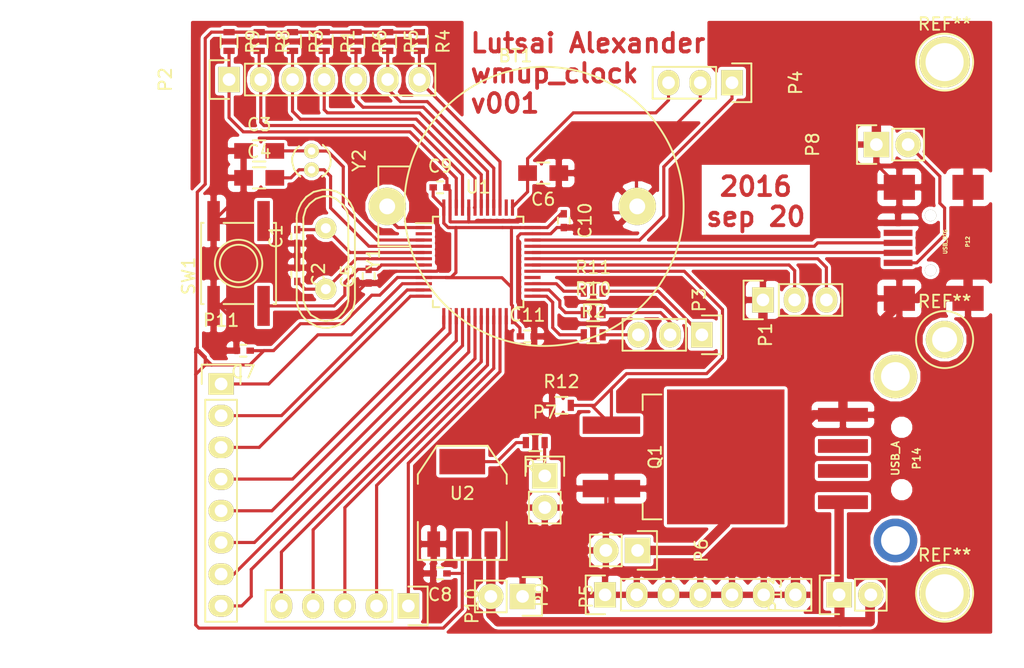
<source format=kicad_pcb>
(kicad_pcb (version 4) (host pcbnew 4.0.2+dfsg1-2~bpo8+1-stable)
  (layers (0 F.Cu signal) (31 B.Cu signal) (34 B.Paste user) (35 F.Paste user) (36 B.SilkS user) (37 F.SilkS user) (38 B.Mask user) (39 F.Mask user) (44 Edge.Cuts user))
  (net 0 "")
  (net 1 GND)
  (net 2 "Net-(BT1-Pad1)")
  (net 3 "Net-(C1-Pad2)")
  (net 4 "Net-(C2-Pad2)")
  (net 5 "Net-(C3-Pad2)")
  (net 6 "Net-(C4-Pad2)")
  (net 7 "Net-(C5-Pad2)")
  (net 8 "Net-(C6-Pad2)")
  (net 9 +3V3)
  (net 10 "Net-(P1-Pad1)")
  (net 11 "Net-(P1-Pad2)")
  (net 12 "Net-(P1-Pad3)")
  (net 13 "Net-(P2-Pad1)")
  (net 14 "Net-(P2-Pad2)")
  (net 15 "Net-(P2-Pad3)")
  (net 16 "Net-(P2-Pad4)")
  (net 17 "Net-(P2-Pad5)")
  (net 18 "Net-(P2-Pad6)")
  (net 19 "Net-(P2-Pad7)")
  (net 20 "Net-(P3-Pad2)")
  (net 21 "Net-(P4-Pad1)")
  (net 22 "Net-(P6-Pad1)")
  (net 23 "Net-(P7-Pad1)")
  (net 24 "Net-(Q1-Pad1)")
  (net 25 "Net-(U1-Pad2)")
  (net 26 "Net-(U1-Pad28)")
  (net 27 "Net-(U1-Pad38)")
  (net 28 "Net-(P3-Pad3)")
  (net 29 "Net-(P12-Pad1)")
  (net 30 "Net-(P10-Pad1)")
  (net 31 "Net-(P10-Pad2)")
  (net 32 "Net-(P10-Pad3)")
  (net 33 "Net-(P10-Pad4)")
  (net 34 "Net-(P11-Pad1)")
  (net 35 "Net-(P11-Pad2)")
  (net 36 "Net-(P11-Pad3)")
  (net 37 "Net-(P11-Pad4)")
  (net 38 "Net-(P11-Pad5)")
  (net 39 "Net-(P11-Pad6)")
  (net 40 "Net-(P11-Pad7)")
  (net 41 "Net-(P11-Pad8)")
  (net 42 "Net-(P12-Pad4)")
  (net 43 "Net-(P12-Pad3)")
  (net 44 "Net-(P12-Pad2)")
  (net 45 "Net-(R2-Pad1)")
  (net 46 "Net-(R10-Pad1)")
  (net 47 "Net-(R11-Pad1)")
  (net 48 "Net-(P10-Pad5)")
  (net 49 +5V)
  (net 50 "Net-(P14-Pad2)")
  (net 51 "Net-(P14-Pad3)")
  (module TO_SOT_Packages_SMD:TO-263-3Lead (layer F.Cu) (at 161.29 125.603)
    (fp_text reference Q1 (at 3.5 0 90) (layer F.SilkS))
    (fp_text value Q_NMOS_GDS)
    (pad 2 smd rect (at 9.15 0) (size 9.4 10.8) (layers F.Cu F.Paste F.Mask) (net 22 "Net-(P6-Pad1)"))
    (pad 3 smd rect (at 0 2.54) (size 4.6 1.39) (layers F.Cu F.Paste F.Mask) (net 1 GND))
    (pad 1 smd rect (at 0 -2.54) (size 4.6 1.39) (layers F.Cu F.Paste F.Mask) (net 24 "Net-(Q1-Pad1)"))
  )
  (module TO_SOT_Packages_SMD:SOT-223 (layer F.Cu) (at 149.352 129.286)
    (fp_text reference U2 (at 0 -0.762) (layer F.SilkS))
    (fp_text value AP1117D33)
    (pad 2 smd rect (at 0 -3.302) (size 3.6576 2.032) (layers F.Cu F.Paste F.Mask) (net 9 +3V3))
    (pad 2 smd rect (at 0 3.302) (size 1.016 2.032) (layers F.Cu F.Paste F.Mask) (net 9 +3V3))
    (pad 3 smd rect (at 2.286 3.302) (size 1.016 2.032) (layers F.Cu F.Paste F.Mask) (net 49 +5V))
    (pad 1 smd rect (at -2.286 3.302) (size 1.016 2.032) (layers F.Cu F.Paste F.Mask) (net 1 GND))
  )
  (module Capacitors_SMD:C_0402 (layer F.Cu) (at 136.144 107.95 90)
    (fp_text reference C1 (at 0 -1.7 90) (layer F.SilkS))
    (fp_text value 22pF)
    (pad 1 smd rect (at -0.55 0 90) (size 0.6 0.5) (layers F.Cu F.Paste F.Mask) (net 1 GND))
    (pad 2 smd rect (at 0.55 0 90) (size 0.6 0.5) (layers F.Cu F.Paste F.Mask) (net 3 "Net-(C1-Pad2)"))
  )
  (module Capacitors_SMD:C_0402 (layer F.Cu) (at 136.144 110.998 270)
    (fp_text reference C2 (at 0 -1.7 270) (layer F.SilkS))
    (fp_text value 22pF)
    (pad 1 smd rect (at -0.55 0 270) (size 0.6 0.5) (layers F.Cu F.Paste F.Mask) (net 1 GND))
    (pad 2 smd rect (at 0.55 0 270) (size 0.6 0.5) (layers F.Cu F.Paste F.Mask) (net 4 "Net-(C2-Pad2)"))
  )
  (module Capacitors_SMD:C_0805_HandSoldering (layer F.Cu) (at 133.096 101.092)
    (fp_text reference C3 (at 0 -2.1) (layer F.SilkS))
    (fp_text value 6.5pF)
    (pad 1 smd rect (at -1.25 0) (size 1.5 1.25) (layers F.Cu F.Paste F.Mask) (net 1 GND))
    (pad 2 smd rect (at 1.25 0) (size 1.5 1.25) (layers F.Cu F.Paste F.Mask) (net 5 "Net-(C3-Pad2)"))
  )
  (module Capacitors_SMD:C_0805_HandSoldering (layer F.Cu) (at 133.096 103.251)
    (fp_text reference C4 (at 0 -2.1) (layer F.SilkS))
    (fp_text value 6.5pF)
    (pad 1 smd rect (at -1.25 0) (size 1.5 1.25) (layers F.Cu F.Paste F.Mask) (net 1 GND))
    (pad 2 smd rect (at 1.25 0) (size 1.5 1.25) (layers F.Cu F.Paste F.Mask) (net 6 "Net-(C4-Pad2)"))
  )
  (module Capacitors_SMD:C_0805_HandSoldering (layer F.Cu) (at 155.829 102.87 180)
    (fp_text reference C6 (at 0 -2.1 180) (layer F.SilkS))
    (fp_text value 100pF)
    (pad 1 smd rect (at -1.25 0 180) (size 1.5 1.25) (layers F.Cu F.Paste F.Mask) (net 1 GND))
    (pad 2 smd rect (at 1.25 0 180) (size 1.5 1.25) (layers F.Cu F.Paste F.Mask) (net 8 "Net-(C6-Pad2)"))
  )
  (module Capacitors_SMD:C_0402 (layer F.Cu) (at 131.826 117.094 180)
    (fp_text reference C7 (at 0 -1.7 180) (layer F.SilkS))
    (fp_text value 100nF)
    (pad 1 smd rect (at -0.55 0 180) (size 0.6 0.5) (layers F.Cu F.Paste F.Mask) (net 9 +3V3))
    (pad 2 smd rect (at 0.55 0 180) (size 0.6 0.5) (layers F.Cu F.Paste F.Mask) (net 1 GND))
  )
  (module Buttons_Switches_SMD:SW_SPST_EVQQ2 (layer F.Cu) (at 131.445 110.109 90)
    (fp_text reference SW1 (at -1 -4 90) (layer F.SilkS))
    (fp_text value SW_PUSH)
    (pad 1 smd rect (at 3.4 -2 90) (size 3.2 1) (layers F.Cu F.Paste F.Mask) (net 1 GND))
    (pad 1 smd rect (at -3.4 -2 90) (size 3.2 1) (layers F.Cu F.Paste F.Mask) (net 1 GND))
    (pad 2 smd rect (at -3.4 2 90) (size 3.2 1) (layers F.Cu F.Paste F.Mask) (net 7 "Net-(C5-Pad2)"))
    (pad 2 smd rect (at 3.4 2 90) (size 3.2 1) (layers F.Cu F.Paste F.Mask) (net 7 "Net-(C5-Pad2)"))
  )
  (module Housings_QFP:LQFP-48_7x7mm_Pitch0.5mm (layer F.Cu) (at 150.622 109.982)
    (fp_text reference U1 (at 0 -6) (layer F.SilkS))
    (fp_text value STM32F103CB)
    (pad 1 smd rect (at -4.35 -2.75) (size 1.3 0.25) (layers F.Cu F.Paste F.Mask) (net 2 "Net-(BT1-Pad1)"))
    (pad 2 smd rect (at -4.35 -2.25) (size 1.3 0.25) (layers F.Cu F.Paste F.Mask) (net 25 "Net-(U1-Pad2)"))
    (pad 3 smd rect (at -4.35 -1.75) (size 1.3 0.25) (layers F.Cu F.Paste F.Mask) (net 5 "Net-(C3-Pad2)"))
    (pad 4 smd rect (at -4.35 -1.25) (size 1.3 0.25) (layers F.Cu F.Paste F.Mask) (net 6 "Net-(C4-Pad2)"))
    (pad 5 smd rect (at -4.35 -0.75) (size 1.3 0.25) (layers F.Cu F.Paste F.Mask) (net 3 "Net-(C1-Pad2)"))
    (pad 6 smd rect (at -4.35 -0.25) (size 1.3 0.25) (layers F.Cu F.Paste F.Mask) (net 4 "Net-(C2-Pad2)"))
    (pad 7 smd rect (at -4.35 0.25) (size 1.3 0.25) (layers F.Cu F.Paste F.Mask) (net 7 "Net-(C5-Pad2)"))
    (pad 8 smd rect (at -4.35 0.75) (size 1.3 0.25) (layers F.Cu F.Paste F.Mask) (net 1 GND))
    (pad 9 smd rect (at -4.35 1.25) (size 1.3 0.25) (layers F.Cu F.Paste F.Mask) (net 9 +3V3))
    (pad 10 smd rect (at -4.35 1.75) (size 1.3 0.25) (layers F.Cu F.Paste F.Mask) (net 34 "Net-(P11-Pad1)"))
    (pad 11 smd rect (at -4.35 2.25) (size 1.3 0.25) (layers F.Cu F.Paste F.Mask) (net 35 "Net-(P11-Pad2)"))
    (pad 12 smd rect (at -4.35 2.75) (size 1.3 0.25) (layers F.Cu F.Paste F.Mask) (net 36 "Net-(P11-Pad3)"))
    (pad 13 smd rect (at -2.75 4.35 90) (size 1.3 0.25) (layers F.Cu F.Paste F.Mask) (net 37 "Net-(P11-Pad4)"))
    (pad 14 smd rect (at -2.25 4.35 90) (size 1.3 0.25) (layers F.Cu F.Paste F.Mask) (net 38 "Net-(P11-Pad5)"))
    (pad 15 smd rect (at -1.75 4.35 90) (size 1.3 0.25) (layers F.Cu F.Paste F.Mask) (net 39 "Net-(P11-Pad6)"))
    (pad 16 smd rect (at -1.25 4.35 90) (size 1.3 0.25) (layers F.Cu F.Paste F.Mask) (net 40 "Net-(P11-Pad7)"))
    (pad 17 smd rect (at -0.75 4.35 90) (size 1.3 0.25) (layers F.Cu F.Paste F.Mask) (net 41 "Net-(P11-Pad8)"))
    (pad 18 smd rect (at -0.25 4.35 90) (size 1.3 0.25) (layers F.Cu F.Paste F.Mask) (net 48 "Net-(P10-Pad5)"))
    (pad 19 smd rect (at 0.25 4.35 90) (size 1.3 0.25) (layers F.Cu F.Paste F.Mask) (net 33 "Net-(P10-Pad4)"))
    (pad 20 smd rect (at 0.75 4.35 90) (size 1.3 0.25) (layers F.Cu F.Paste F.Mask) (net 32 "Net-(P10-Pad3)"))
    (pad 21 smd rect (at 1.25 4.35 90) (size 1.3 0.25) (layers F.Cu F.Paste F.Mask) (net 31 "Net-(P10-Pad2)"))
    (pad 22 smd rect (at 1.75 4.35 90) (size 1.3 0.25) (layers F.Cu F.Paste F.Mask) (net 30 "Net-(P10-Pad1)"))
    (pad 23 smd rect (at 2.25 4.35 90) (size 1.3 0.25) (layers F.Cu F.Paste F.Mask) (net 1 GND))
    (pad 24 smd rect (at 2.75 4.35 90) (size 1.3 0.25) (layers F.Cu F.Paste F.Mask) (net 9 +3V3))
    (pad 25 smd rect (at 4.35 2.75) (size 1.3 0.25) (layers F.Cu F.Paste F.Mask) (net 45 "Net-(R2-Pad1)"))
    (pad 26 smd rect (at 4.35 2.25) (size 1.3 0.25) (layers F.Cu F.Paste F.Mask) (net 46 "Net-(R10-Pad1)"))
    (pad 27 smd rect (at 4.35 1.75) (size 1.3 0.25) (layers F.Cu F.Paste F.Mask) (net 47 "Net-(R11-Pad1)"))
    (pad 28 smd rect (at 4.35 1.25) (size 1.3 0.25) (layers F.Cu F.Paste F.Mask) (net 26 "Net-(U1-Pad28)"))
    (pad 29 smd rect (at 4.35 0.75) (size 1.3 0.25) (layers F.Cu F.Paste F.Mask) (net 24 "Net-(Q1-Pad1)"))
    (pad 30 smd rect (at 4.35 0.25) (size 1.3 0.25) (layers F.Cu F.Paste F.Mask) (net 20 "Net-(P3-Pad2)"))
    (pad 31 smd rect (at 4.35 -0.25) (size 1.3 0.25) (layers F.Cu F.Paste F.Mask) (net 28 "Net-(P3-Pad3)"))
    (pad 32 smd rect (at 4.35 -0.75) (size 1.3 0.25) (layers F.Cu F.Paste F.Mask) (net 44 "Net-(P12-Pad2)"))
    (pad 33 smd rect (at 4.35 -1.25) (size 1.3 0.25) (layers F.Cu F.Paste F.Mask) (net 43 "Net-(P12-Pad3)"))
    (pad 34 smd rect (at 4.35 -1.75) (size 1.3 0.25) (layers F.Cu F.Paste F.Mask) (net 21 "Net-(P4-Pad1)"))
    (pad 35 smd rect (at 4.35 -2.25) (size 1.3 0.25) (layers F.Cu F.Paste F.Mask) (net 1 GND))
    (pad 36 smd rect (at 4.35 -2.75) (size 1.3 0.25) (layers F.Cu F.Paste F.Mask) (net 9 +3V3))
    (pad 37 smd rect (at 2.75 -4.35 90) (size 1.3 0.25) (layers F.Cu F.Paste F.Mask) (net 8 "Net-(C6-Pad2)"))
    (pad 38 smd rect (at 2.25 -4.35 90) (size 1.3 0.25) (layers F.Cu F.Paste F.Mask) (net 27 "Net-(U1-Pad38)"))
    (pad 39 smd rect (at 1.75 -4.35 90) (size 1.3 0.25) (layers F.Cu F.Paste F.Mask) (net 19 "Net-(P2-Pad7)"))
    (pad 40 smd rect (at 1.25 -4.35 90) (size 1.3 0.25) (layers F.Cu F.Paste F.Mask) (net 18 "Net-(P2-Pad6)"))
    (pad 41 smd rect (at 0.75 -4.35 90) (size 1.3 0.25) (layers F.Cu F.Paste F.Mask) (net 17 "Net-(P2-Pad5)"))
    (pad 42 smd rect (at 0.25 -4.35 90) (size 1.3 0.25) (layers F.Cu F.Paste F.Mask) (net 16 "Net-(P2-Pad4)"))
    (pad 43 smd rect (at -0.25 -4.35 90) (size 1.3 0.25) (layers F.Cu F.Paste F.Mask) (net 15 "Net-(P2-Pad3)"))
    (pad 44 smd rect (at -0.75 -4.35 90) (size 1.3 0.25) (layers F.Cu F.Paste F.Mask) (net 1 GND))
    (pad 45 smd rect (at -1.25 -4.35 90) (size 1.3 0.25) (layers F.Cu F.Paste F.Mask) (net 14 "Net-(P2-Pad2)"))
    (pad 46 smd rect (at -1.75 -4.35 90) (size 1.3 0.25) (layers F.Cu F.Paste F.Mask) (net 13 "Net-(P2-Pad1)"))
    (pad 47 smd rect (at -2.25 -4.35 90) (size 1.3 0.25) (layers F.Cu F.Paste F.Mask) (net 1 GND))
    (pad 48 smd rect (at -2.75 -4.35 90) (size 1.3 0.25) (layers F.Cu F.Paste F.Mask) (net 9 +3V3))
  )
  (module Crystals:Crystal_HC49-U_Vertical (layer F.Cu) (at 138.43 109.728 270)
    (fp_text reference Y1 (at 0 -3.81 270) (layer F.SilkS))
    (fp_text value 8Mhz)
    (pad 1 thru_hole circle (at -2.44094 0 270) (size 1.7 1.7) (drill 0.8001) (layers *.Cu *.Mask F.SilkS) (net 3 "Net-(C1-Pad2)"))
    (pad 2 thru_hole circle (at 2.44094 0 270) (size 1.7 1.7) (drill 0.8001) (layers *.Cu *.Mask F.SilkS) (net 4 "Net-(C2-Pad2)"))
  )
  (module Crystals:Crystal_Round_Vertical_3mm (layer F.Cu) (at 137.287 101.854 270)
    (fp_text reference Y2 (at 0 -3.81 270) (layer F.SilkS))
    (fp_text value 32768)
    (pad 1 thru_hole circle (at -0.7493 0 270) (size 1.2 1.2) (drill 0.59944) (layers *.Cu *.Mask F.SilkS) (net 5 "Net-(C3-Pad2)"))
    (pad 2 thru_hole circle (at 0.7493 0 270) (size 1.2 1.2) (drill 0.59944) (layers *.Cu *.Mask F.SilkS) (net 6 "Net-(C4-Pad2)"))
  )
  (module Capacitors_SMD:C_0402 (layer F.Cu) (at 147.574 134.9375 180)
    (fp_text reference C8 (at 0 -1.7 180) (layer F.SilkS))
    (fp_text value 100nF)
    (pad 1 smd rect (at -0.55 0 180) (size 0.6 0.5) (layers F.Cu F.Paste F.Mask) (net 9 +3V3))
    (pad 2 smd rect (at 0.55 0 180) (size 0.6 0.5) (layers F.Cu F.Paste F.Mask) (net 1 GND))
  )
  (module Pin_Headers:Pin_Header_Straight_1x03 (layer F.Cu) (at 168.529 115.824 270)
    (fp_text reference P1 (at 0 -5.1 270) (layer F.SilkS))
    (fp_text value CONN_01X03)
    (pad 1 thru_hole rect (at 0 0 270) (size 2.032 1.7272) (drill 1.016) (layers *.Cu *.Mask F.SilkS) (net 10 "Net-(P1-Pad1)"))
    (pad 2 thru_hole oval (at 0 2.54 270) (size 2.032 1.7272) (drill 1.016) (layers *.Cu *.Mask F.SilkS) (net 11 "Net-(P1-Pad2)"))
    (pad 3 thru_hole oval (at 0 5.08 270) (size 2.032 1.7272) (drill 1.016) (layers *.Cu *.Mask F.SilkS) (net 12 "Net-(P1-Pad3)"))
  )
  (module Pin_Headers:Pin_Header_Straight_1x07 (layer F.Cu) (at 130.683 95.377 90)
    (fp_text reference P2 (at 0 -5.1 90) (layer F.SilkS))
    (fp_text value CONN_01X07)
    (pad 1 thru_hole rect (at 0 0 90) (size 2.032 1.7272) (drill 1.016) (layers *.Cu *.Mask F.SilkS) (net 13 "Net-(P2-Pad1)"))
    (pad 2 thru_hole oval (at 0 2.54 90) (size 2.032 1.7272) (drill 1.016) (layers *.Cu *.Mask F.SilkS) (net 14 "Net-(P2-Pad2)"))
    (pad 3 thru_hole oval (at 0 5.08 90) (size 2.032 1.7272) (drill 1.016) (layers *.Cu *.Mask F.SilkS) (net 15 "Net-(P2-Pad3)"))
    (pad 4 thru_hole oval (at 0 7.62 90) (size 2.032 1.7272) (drill 1.016) (layers *.Cu *.Mask F.SilkS) (net 16 "Net-(P2-Pad4)"))
    (pad 5 thru_hole oval (at 0 10.16 90) (size 2.032 1.7272) (drill 1.016) (layers *.Cu *.Mask F.SilkS) (net 17 "Net-(P2-Pad5)"))
    (pad 6 thru_hole oval (at 0 12.7 90) (size 2.032 1.7272) (drill 1.016) (layers *.Cu *.Mask F.SilkS) (net 18 "Net-(P2-Pad6)"))
    (pad 7 thru_hole oval (at 0 15.24 90) (size 2.032 1.7272) (drill 1.016) (layers *.Cu *.Mask F.SilkS) (net 19 "Net-(P2-Pad7)"))
  )
  (module Pin_Headers:Pin_Header_Straight_1x03 (layer F.Cu) (at 173.4185 113.03 90)
    (fp_text reference P3 (at 0 -5.1 90) (layer F.SilkS))
    (fp_text value uart)
    (pad 1 thru_hole rect (at 0 0 90) (size 2.032 1.7272) (drill 1.016) (layers *.Cu *.Mask F.SilkS) (net 1 GND))
    (pad 2 thru_hole oval (at 0 2.54 90) (size 2.032 1.7272) (drill 1.016) (layers *.Cu *.Mask F.SilkS) (net 20 "Net-(P3-Pad2)"))
    (pad 3 thru_hole oval (at 0 5.08 90) (size 2.032 1.7272) (drill 1.016) (layers *.Cu *.Mask F.SilkS) (net 28 "Net-(P3-Pad3)"))
  )
  (module Pin_Headers:Pin_Header_Straight_1x03 (layer F.Cu) (at 170.942 95.631 270)
    (fp_text reference P4 (at 0 -5.1 270) (layer F.SilkS))
    (fp_text value swd)
    (pad 1 thru_hole rect (at 0 0 270) (size 2.032 1.7272) (drill 1.016) (layers *.Cu *.Mask F.SilkS) (net 21 "Net-(P4-Pad1)"))
    (pad 2 thru_hole oval (at 0 2.54 270) (size 2.032 1.7272) (drill 1.016) (layers *.Cu *.Mask F.SilkS) (net 1 GND))
    (pad 3 thru_hole oval (at 0 5.08 270) (size 2.032 1.7272) (drill 1.016) (layers *.Cu *.Mask F.SilkS) (net 8 "Net-(C6-Pad2)"))
  )
  (module Pin_Headers:Pin_Header_Straight_1x02 (layer F.Cu) (at 154.178 136.779 270)
    (fp_text reference P5 (at 0 -5.1 270) (layer F.SilkS))
    (fp_text value power)
    (pad 1 thru_hole rect (at 0 0 270) (size 2.032 2.032) (drill 1.016) (layers *.Cu *.Mask F.SilkS) (net 1 GND))
    (pad 2 thru_hole oval (at 0 2.54 270) (size 2.032 2.032) (drill 1.016) (layers *.Cu *.Mask F.SilkS) (net 49 +5V))
  )
  (module Pin_Headers:Pin_Header_Straight_1x02 (layer F.Cu) (at 163.3855 133.096 270)
    (fp_text reference P6 (at 0 -5.1 270) (layer F.SilkS))
    (fp_text value speaker)
    (pad 1 thru_hole rect (at 0 0 270) (size 2.032 2.032) (drill 1.016) (layers *.Cu *.Mask F.SilkS) (net 22 "Net-(P6-Pad1)"))
    (pad 2 thru_hole oval (at 0 2.54 270) (size 2.032 2.032) (drill 1.016) (layers *.Cu *.Mask F.SilkS) (net 1 GND))
  )
  (module Pin_Headers:Pin_Header_Straight_1x02 (layer F.Cu) (at 155.956 127.127)
    (fp_text reference P7 (at 0 -5.1) (layer F.SilkS))
    (fp_text value pow_led)
    (pad 1 thru_hole rect (at 0 0) (size 2.032 2.032) (drill 1.016) (layers *.Cu *.Mask F.SilkS) (net 23 "Net-(P7-Pad1)"))
    (pad 2 thru_hole oval (at 0 2.54) (size 2.032 2.032) (drill 1.016) (layers *.Cu *.Mask F.SilkS) (net 1 GND))
  )
  (module Pin_Headers:Pin_Header_Straight_1x02 (layer F.Cu) (at 182.499 100.584 90)
    (fp_text reference P8 (at 0 -5.1 90) (layer F.SilkS))
    (fp_text value usb)
    (pad 1 thru_hole rect (at 0 0 90) (size 2.032 2.032) (drill 1.016) (layers *.Cu *.Mask F.SilkS) (net 1 GND))
    (pad 2 thru_hole oval (at 0 2.54 90) (size 2.032 2.032) (drill 1.016) (layers *.Cu *.Mask F.SilkS) (net 29 "Net-(P12-Pad1)"))
  )
  (module Pin_Headers:Pin_Header_Straight_1x07 (layer F.Cu) (at 160.782 136.652 90)
    (fp_text reference P9 (at 0 -5.1 90) (layer F.SilkS))
    (fp_text value CONN_01X07)
    (pad 1 thru_hole rect (at 0 0 90) (size 2.032 1.7272) (drill 1.016) (layers *.Cu *.Mask F.SilkS) (net 1 GND))
    (pad 2 thru_hole oval (at 0 2.54 90) (size 2.032 1.7272) (drill 1.016) (layers *.Cu *.Mask F.SilkS) (net 1 GND))
    (pad 3 thru_hole oval (at 0 5.08 90) (size 2.032 1.7272) (drill 1.016) (layers *.Cu *.Mask F.SilkS) (net 1 GND))
    (pad 4 thru_hole oval (at 0 7.62 90) (size 2.032 1.7272) (drill 1.016) (layers *.Cu *.Mask F.SilkS) (net 1 GND))
    (pad 5 thru_hole oval (at 0 10.16 90) (size 2.032 1.7272) (drill 1.016) (layers *.Cu *.Mask F.SilkS) (net 1 GND))
    (pad 6 thru_hole oval (at 0 12.7 90) (size 2.032 1.7272) (drill 1.016) (layers *.Cu *.Mask F.SilkS) (net 1 GND))
    (pad 7 thru_hole oval (at 0 15.24 90) (size 2.032 1.7272) (drill 1.016) (layers *.Cu *.Mask F.SilkS) (net 1 GND))
  )
  (module Pin_Headers:Pin_Header_Straight_1x08 (layer F.Cu) (at 130.048 119.761)
    (fp_text reference P11 (at 0 -5.1) (layer F.SilkS))
    (fp_text value CONN_01X08)
    (pad 1 thru_hole rect (at 0 0) (size 2.032 1.7272) (drill 1.016) (layers *.Cu *.Mask F.SilkS) (net 34 "Net-(P11-Pad1)"))
    (pad 2 thru_hole oval (at 0 2.54) (size 2.032 1.7272) (drill 1.016) (layers *.Cu *.Mask F.SilkS) (net 35 "Net-(P11-Pad2)"))
    (pad 3 thru_hole oval (at 0 5.08) (size 2.032 1.7272) (drill 1.016) (layers *.Cu *.Mask F.SilkS) (net 36 "Net-(P11-Pad3)"))
    (pad 4 thru_hole oval (at 0 7.62) (size 2.032 1.7272) (drill 1.016) (layers *.Cu *.Mask F.SilkS) (net 37 "Net-(P11-Pad4)"))
    (pad 5 thru_hole oval (at 0 10.16) (size 2.032 1.7272) (drill 1.016) (layers *.Cu *.Mask F.SilkS) (net 38 "Net-(P11-Pad5)"))
    (pad 6 thru_hole oval (at 0 12.7) (size 2.032 1.7272) (drill 1.016) (layers *.Cu *.Mask F.SilkS) (net 39 "Net-(P11-Pad6)"))
    (pad 7 thru_hole oval (at 0 15.24) (size 2.032 1.7272) (drill 1.016) (layers *.Cu *.Mask F.SilkS) (net 40 "Net-(P11-Pad7)"))
    (pad 8 thru_hole oval (at 0 17.78) (size 2.032 1.7272) (drill 1.016) (layers *.Cu *.Mask F.SilkS) (net 41 "Net-(P11-Pad8)"))
  )
  (module Resistors_SMD:R_0603 (layer F.Cu) (at 138.303 92.329 270)
    (fp_text reference R1 (at 0 -1.9 270) (layer F.SilkS))
    (fp_text value 10k)
    (pad 1 smd rect (at -0.75 0 270) (size 0.5 0.9) (layers F.Cu F.Paste F.Mask) (net 9 +3V3))
    (pad 2 smd rect (at 0.75 0 270) (size 0.5 0.9) (layers F.Cu F.Paste F.Mask) (net 16 "Net-(P2-Pad4)"))
  )
  (module Resistors_SMD:R_0603 (layer F.Cu) (at 159.8295 115.824)
    (fp_text reference R2 (at 0 -1.9) (layer F.SilkS))
    (fp_text value 330)
    (pad 1 smd rect (at -0.75 0) (size 0.5 0.9) (layers F.Cu F.Paste F.Mask) (net 45 "Net-(R2-Pad1)"))
    (pad 2 smd rect (at 0.75 0) (size 0.5 0.9) (layers F.Cu F.Paste F.Mask) (net 12 "Net-(P1-Pad3)"))
  )
  (module Resistors_SMD:R_0603 (layer F.Cu) (at 135.763 92.329 270)
    (fp_text reference R3 (at 0 -1.9 270) (layer F.SilkS))
    (fp_text value 10k)
    (pad 1 smd rect (at -0.75 0 270) (size 0.5 0.9) (layers F.Cu F.Paste F.Mask) (net 9 +3V3))
    (pad 2 smd rect (at 0.75 0 270) (size 0.5 0.9) (layers F.Cu F.Paste F.Mask) (net 15 "Net-(P2-Pad3)"))
  )
  (module Resistors_SMD:R_0603 (layer F.Cu) (at 145.923 92.329 270)
    (fp_text reference R4 (at 0 -1.9 270) (layer F.SilkS))
    (fp_text value 10k)
    (pad 1 smd rect (at -0.75 0 270) (size 0.5 0.9) (layers F.Cu F.Paste F.Mask) (net 9 +3V3))
    (pad 2 smd rect (at 0.75 0 270) (size 0.5 0.9) (layers F.Cu F.Paste F.Mask) (net 19 "Net-(P2-Pad7)"))
  )
  (module Resistors_SMD:R_0603 (layer F.Cu) (at 143.383 92.329 270)
    (fp_text reference R5 (at 0 -1.9 270) (layer F.SilkS))
    (fp_text value 10k)
    (pad 1 smd rect (at -0.75 0 270) (size 0.5 0.9) (layers F.Cu F.Paste F.Mask) (net 9 +3V3))
    (pad 2 smd rect (at 0.75 0 270) (size 0.5 0.9) (layers F.Cu F.Paste F.Mask) (net 18 "Net-(P2-Pad6)"))
  )
  (module Resistors_SMD:R_0603 (layer F.Cu) (at 140.843 92.329 270)
    (fp_text reference R6 (at 0 -1.9 270) (layer F.SilkS))
    (fp_text value 10k)
    (pad 1 smd rect (at -0.75 0 270) (size 0.5 0.9) (layers F.Cu F.Paste F.Mask) (net 9 +3V3))
    (pad 2 smd rect (at 0.75 0 270) (size 0.5 0.9) (layers F.Cu F.Paste F.Mask) (net 17 "Net-(P2-Pad5)"))
  )
  (module Resistors_SMD:R_0603 (layer F.Cu) (at 155.194 124.46 180)
    (fp_text reference R7 (at 0 -1.9 180) (layer F.SilkS))
    (fp_text value 330)
    (pad 1 smd rect (at -0.75 0 180) (size 0.5 0.9) (layers F.Cu F.Paste F.Mask) (net 23 "Net-(P7-Pad1)"))
    (pad 2 smd rect (at 0.75 0 180) (size 0.5 0.9) (layers F.Cu F.Paste F.Mask) (net 9 +3V3))
  )
  (module Resistors_SMD:R_0603 (layer F.Cu) (at 133.096 92.329 270)
    (fp_text reference R8 (at 0 -1.9 270) (layer F.SilkS))
    (fp_text value 10k)
    (pad 1 smd rect (at -0.75 0 270) (size 0.5 0.9) (layers F.Cu F.Paste F.Mask) (net 9 +3V3))
    (pad 2 smd rect (at 0.75 0 270) (size 0.5 0.9) (layers F.Cu F.Paste F.Mask) (net 14 "Net-(P2-Pad2)"))
  )
  (module Resistors_SMD:R_0603 (layer F.Cu) (at 130.683 92.329 270)
    (fp_text reference R9 (at 0 -1.9 270) (layer F.SilkS))
    (fp_text value 10k)
    (pad 1 smd rect (at -0.75 0 270) (size 0.5 0.9) (layers F.Cu F.Paste F.Mask) (net 9 +3V3))
    (pad 2 smd rect (at 0.75 0 270) (size 0.5 0.9) (layers F.Cu F.Paste F.Mask) (net 13 "Net-(P2-Pad1)"))
  )
  (module Resistors_SMD:R_0603 (layer F.Cu) (at 159.8295 114.046)
    (fp_text reference R10 (at 0 -1.9) (layer F.SilkS))
    (fp_text value 330)
    (pad 1 smd rect (at -0.75 0) (size 0.5 0.9) (layers F.Cu F.Paste F.Mask) (net 46 "Net-(R10-Pad1)"))
    (pad 2 smd rect (at 0.75 0) (size 0.5 0.9) (layers F.Cu F.Paste F.Mask) (net 11 "Net-(P1-Pad2)"))
  )
  (module Resistors_SMD:R_0603 (layer F.Cu) (at 159.8295 112.3315)
    (fp_text reference R11 (at 0 -1.9) (layer F.SilkS))
    (fp_text value 330)
    (pad 1 smd rect (at -0.75 0) (size 0.5 0.9) (layers F.Cu F.Paste F.Mask) (net 47 "Net-(R11-Pad1)"))
    (pad 2 smd rect (at 0.75 0) (size 0.5 0.9) (layers F.Cu F.Paste F.Mask) (net 10 "Net-(P1-Pad1)"))
  )
  (module Capacitors_SMD:C_0402 (layer F.Cu) (at 141.859 111.125 90)
    (fp_text reference C5 (at 0 -1.7 90) (layer F.SilkS))
    (fp_text value 100nF)
    (pad 1 smd rect (at -0.55 0 90) (size 0.6 0.5) (layers F.Cu F.Paste F.Mask) (net 1 GND))
    (pad 2 smd rect (at 0.55 0 90) (size 0.6 0.5) (layers F.Cu F.Paste F.Mask) (net 7 "Net-(C5-Pad2)"))
  )
  (module Capacitors_SMD:C_0402 (layer F.Cu) (at 147.574 104.013)
    (fp_text reference C9 (at 0 -1.7) (layer F.SilkS))
    (fp_text value 100nF)
    (pad 1 smd rect (at -0.55 0) (size 0.6 0.5) (layers F.Cu F.Paste F.Mask) (net 9 +3V3))
    (pad 2 smd rect (at 0.55 0) (size 0.6 0.5) (layers F.Cu F.Paste F.Mask) (net 1 GND))
  )
  (module Capacitors_SMD:C_0402 (layer F.Cu) (at 157.48 106.68 270)
    (fp_text reference C10 (at 0 -1.7 270) (layer F.SilkS))
    (fp_text value 100nF)
    (pad 1 smd rect (at -0.55 0 270) (size 0.6 0.5) (layers F.Cu F.Paste F.Mask) (net 9 +3V3))
    (pad 2 smd rect (at 0.55 0 270) (size 0.6 0.5) (layers F.Cu F.Paste F.Mask) (net 1 GND))
  )
  (module Capacitors_SMD:C_0402 (layer F.Cu) (at 154.559 115.951)
    (fp_text reference C11 (at 0 -1.7) (layer F.SilkS))
    (fp_text value 100nF)
    (pad 1 smd rect (at -0.55 0) (size 0.6 0.5) (layers F.Cu F.Paste F.Mask) (net 9 +3V3))
    (pad 2 smd rect (at 0.55 0) (size 0.6 0.5) (layers F.Cu F.Paste F.Mask) (net 1 GND))
  )
  (module Pin_Headers:Pin_Header_Straight_1x05 (layer F.Cu) (at 145.034 137.541 270)
    (fp_text reference P10 (at 0 -5.1 270) (layer F.SilkS))
    (fp_text value CONN_01X05)
    (pad 1 thru_hole rect (at 0 0 270) (size 2.032 1.7272) (drill 1.016) (layers *.Cu *.Mask F.SilkS) (net 30 "Net-(P10-Pad1)"))
    (pad 2 thru_hole oval (at 0 2.54 270) (size 2.032 1.7272) (drill 1.016) (layers *.Cu *.Mask F.SilkS) (net 31 "Net-(P10-Pad2)"))
    (pad 3 thru_hole oval (at 0 5.08 270) (size 2.032 1.7272) (drill 1.016) (layers *.Cu *.Mask F.SilkS) (net 32 "Net-(P10-Pad3)"))
    (pad 4 thru_hole oval (at 0 7.62 270) (size 2.032 1.7272) (drill 1.016) (layers *.Cu *.Mask F.SilkS) (net 33 "Net-(P10-Pad4)"))
    (pad 5 thru_hole oval (at 0 10.16 270) (size 2.032 1.7272) (drill 1.016) (layers *.Cu *.Mask F.SilkS) (net 48 "Net-(P10-Pad5)"))
  )
  (module Battery_Holders:BS-7_CR2032 (layer F.Cu) (at 155.8925 105.537 180)
    (fp_text reference BT1 (at 2.286 12.065 180) (layer F.SilkS))
    (fp_text value Battery)
    (pad 2 thru_hole circle (at -7.4676 0 180) (size 3 3) (drill 1.27) (layers *.Cu *.Mask F.SilkS) (net 1 GND))
    (pad 1 thru_hole circle (at 12.5476 0 180) (size 3 3) (drill 1.27) (layers *.Cu *.Mask F.SilkS) (net 2 "Net-(BT1-Pad1)"))
  )
  (module Resistors_SMD:R_0603 (layer F.Cu) (at 157.2895 121.4755)
    (fp_text reference R12 (at 0 -1.9) (layer F.SilkS))
    (fp_text value 10k)
    (pad 1 smd rect (at -0.75 0) (size 0.5 0.9) (layers F.Cu F.Paste F.Mask) (net 1 GND))
    (pad 2 smd rect (at 0.75 0) (size 0.5 0.9) (layers F.Cu F.Paste F.Mask) (net 24 "Net-(Q1-Pad1)"))
  )
  (module kicad-libraries1:USB-MINI-B-SMD (layer F.Cu) (at 192.0875 108.458 270)
    (fp_text reference P12 (at -0.0891 2.275 270) (layer F.SilkS) (effects (font (size 0.29972 0.29972) (thickness 0.0762))))
    (fp_text value USB_OTG (at -0.0891 4.075 270) (layer F.SilkS) (effects (font (size 0.29972 0.29972) (thickness 0.0762))))
    (pad 6 smd rect (at 4.45008 2.25044 270) (size 1.99898 2.49936) (layers F.Cu F.Paste F.Mask) (net 1 GND) (clearance 0.14986))
    (pad 6 smd rect (at 4.45008 7.74954 270) (size 1.99898 2.49936) (layers F.Cu F.Paste F.Mask) (net 1 GND))
    (pad 6 smd rect (at -4.45008 7.74954 270) (size 1.99898 2.49936) (layers F.Cu F.Paste F.Mask) (net 1 GND))
    (pad 6 smd rect (at -4.45008 2.25044 270) (size 1.99898 2.49936) (layers F.Cu F.Paste F.Mask) (net 1 GND))
    (pad "" thru_hole circle (at 2.19964 5.25018 270) (size 0.90932 0.90932) (drill 0.89916) (layers *.Cu *.Mask F.SilkS) (clearance 0.14986))
    (pad "" thru_hole circle (at -2.19964 5.25018 270) (size 0.90932 0.90932) (drill 0.89916) (layers *.Cu *.Mask F.SilkS) (clearance 0.14986))
    (pad 5 smd rect (at -1.6002 7.85114 270) (size 0.50038 2.30124) (layers F.Cu F.Paste F.Mask) (net 1 GND) (clearance 0.14986))
    (pad 4 smd rect (at -0.8001 7.85114 270) (size 0.50038 2.30124) (layers F.Cu F.Paste F.Mask) (net 42 "Net-(P12-Pad4)") (clearance 0.14986))
    (pad 3 smd rect (at 0 7.85114 270) (size 0.50038 2.30124) (layers F.Cu F.Paste F.Mask) (net 43 "Net-(P12-Pad3)") (clearance 0.14986))
    (pad 2 smd rect (at 0.8001 7.85114 270) (size 0.50038 2.30124) (layers F.Cu F.Paste F.Mask) (net 44 "Net-(P12-Pad2)") (clearance 0.14986))
    (pad 1 smd rect (at 1.6002 7.85114 270) (size 0.50038 2.30124) (layers F.Cu F.Paste F.Mask) (net 29 "Net-(P12-Pad1)") (clearance 0.14986))
  )
  (module Pin_Headers:Pin_Header_Straight_1x02 (layer F.Cu) (at 179.5145 136.652 90)
    (fp_text reference P13 (at 0 -5.1 90) (layer F.SilkS))
    (fp_text value usb_power)
    (pad 1 thru_hole rect (at 0 0 90) (size 2.032 2.032) (drill 1.016) (layers *.Cu *.Mask F.SilkS) (net 49 +5V))
    (pad 2 thru_hole oval (at 0 2.54 90) (size 2.032 2.032) (drill 1.016) (layers *.Cu *.Mask F.SilkS) (net 49 +5V))
  )
  (module Connect:1pin (layer F.Cu) (at 187.96 136.525)
    (fp_text reference REF** (at 0 -3.048) (layer F.SilkS))
    (fp_text value 1pin)
    (pad 1 thru_hole circle (at 0 0) (size 4.064 4.064) (drill 3.048) (layers *.Cu *.Mask F.SilkS))
  )
  (module Connect:1pin (layer F.Cu) (at 187.96 93.98)
    (fp_text reference REF** (at 0 -3.048) (layer F.SilkS))
    (fp_text value 1pin)
    (pad 1 thru_hole circle (at 0 0) (size 4.064 4.064) (drill 3.048) (layers *.Cu *.Mask F.SilkS))
  )
  (module Connect:1pin (layer F.Cu) (at 187.96 116.205)
    (fp_text reference REF** (at 0 -3.048) (layer F.SilkS))
    (fp_text value 1pin)
    (pad 1 thru_hole circle (at 0 0) (size 3 3) (drill 2) (layers *.Cu *.Mask F.SilkS))
  )
  (module kicad-libraries1:USB-A-SMT-8231-PEG (layer F.Cu) (at 184.023 125.73 90)
    (fp_text reference P14 (at 0 1.7 90) (layer F.SilkS) (effects (font (size 0.59944 0.59944) (thickness 0.12446))))
    (fp_text value USB_A (at 0 0 90) (layer F.SilkS) (effects (font (size 0.59944 0.59944) (thickness 0.12446))))
    (pad 1 smd rect (at -3.5 -4.2 90) (size 1.1 4) (layers F.Cu F.Paste F.Mask) (net 49 +5V))
    (pad 2 smd rect (at -1 -4.2 90) (size 1.1 4) (layers F.Cu F.Paste F.Mask) (net 50 "Net-(P14-Pad2)"))
    (pad 3 smd rect (at 1 -4.2 90) (size 1.1 4) (layers F.Cu F.Paste F.Mask) (net 51 "Net-(P14-Pad3)"))
    (pad 4 smd rect (at 3.5 -4.2 90) (size 1.1 4) (layers F.Cu F.Paste F.Mask) (net 1 GND))
    (pad "" thru_hole circle (at -6.57 0 90) (size 3.5 3.5) (drill 2.3) (layers *.Cu *.Mask))
    (pad SHD thru_hole circle (at 6.57 0 90) (size 3.5 3.5) (drill 2.3) (layers *.Cu *.Mask F.SilkS))
    (pad "" np_thru_hole circle (at -2.5 0.5 90) (size 1.2 1.2) (drill 1.2) (layers *.Cu))
    (pad "" np_thru_hole circle (at 2.5 0.5 90) (size 1.2 1.2) (drill 1.2) (layers *.Cu))
  )
  (gr_text "2016\nsep 20" (at 172.847 105.156) (layer F.Cu) (effects (font (size 1.5 1.5) (thickness 0.3))))
  (gr_text "Lutsai Alexander\nwmup_clock\nv001\n" (at 149.86 94.869) (layer F.Cu) (effects (font (size 1.5 1.5) (thickness 0.3)) (justify left)))
  (segment (start 182.499 100.584) (end 182.499 102.16896) (width 0.25) (layer F.Cu) (net 1))
  (segment (start 182.499 102.16896) (end 184.33796 104.00792) (width 0.25) (layer F.Cu) (net 1))
  (segment (start 189.83706 104.00792) (end 189.83706 100.42906) (width 0.75) (layer F.Cu) (net 1))
  (segment (start 182.499 98.298) (end 182.499 100.584) (width 0.75) (layer F.Cu) (net 1))
  (segment (start 183.007 97.79) (end 182.499 98.298) (width 0.75) (layer F.Cu) (net 1))
  (segment (start 187.198 97.79) (end 183.007 97.79) (width 0.75) (layer F.Cu) (net 1))
  (segment (start 189.83706 100.42906) (end 187.198 97.79) (width 0.75) (layer F.Cu) (net 1))
  (segment (start 189.83706 112.90808) (end 189.83706 104.00792) (width 0.75) (layer F.Cu) (net 1))
  (segment (start 184.33796 112.90808) (end 185.79592 112.90808) (width 0.75) (layer F.Cu) (net 1))
  (segment (start 186.436 112.268) (end 189.19698 112.268) (width 0.75) (layer F.Cu) (net 1))
  (segment (start 185.79592 112.90808) (end 186.436 112.268) (width 0.75) (layer F.Cu) (net 1))
  (segment (start 189.19698 112.268) (end 189.83706 112.90808) (width 0.75) (layer F.Cu) (net 1))
  (segment (start 173.4185 113.03) (end 173.4185 114.7445) (width 0.75) (layer F.Cu) (net 1))
  (segment (start 176.539 117.865) (end 179.823 117.865) (width 0.75) (layer F.Cu) (net 1))
  (segment (start 173.4185 114.7445) (end 176.539 117.865) (width 0.75) (layer F.Cu) (net 1))
  (segment (start 179.823 122.23) (end 179.823 117.865) (width 0.75) (layer F.Cu) (net 1))
  (segment (start 179.823 117.865) (end 184.33796 113.35004) (width 0.75) (layer F.Cu) (net 1))
  (segment (start 184.33796 113.35004) (end 184.33796 112.90808) (width 0.75) (layer F.Cu) (net 1))
  (segment (start 176.022 136.652) (end 176.022 132.969) (width 0.75) (layer F.Cu) (net 1))
  (segment (start 177.49 122.23) (end 179.823 122.23) (width 0.75) (layer F.Cu) (net 1))
  (segment (start 176.403 123.317) (end 177.49 122.23) (width 0.75) (layer F.Cu) (net 1))
  (segment (start 176.403 132.588) (end 176.403 123.317) (width 0.75) (layer F.Cu) (net 1))
  (segment (start 176.022 132.969) (end 176.403 132.588) (width 0.75) (layer F.Cu) (net 1))
  (segment (start 184.23636 106.8578) (end 181.9783 106.8578) (width 0.25) (layer F.Cu) (net 1))
  (segment (start 181.9783 106.8578) (end 181.5465 106.426) (width 0.25) (layer F.Cu) (net 1))
  (segment (start 181.5465 106.426) (end 181.5465 105.0925) (width 0.25) (layer F.Cu) (net 1))
  (segment (start 181.5465 105.0925) (end 182.63108 104.00792) (width 0.25) (layer F.Cu) (net 1))
  (segment (start 182.63108 104.00792) (end 184.33796 104.00792) (width 0.25) (layer F.Cu) (net 1))
  (segment (start 147.066 132.588) (end 147.066 134.8955) (width 0.25) (layer F.Cu) (net 1))
  (segment (start 147.066 134.8955) (end 147.024 134.9375) (width 0.25) (layer F.Cu) (net 1))
  (segment (start 156.5395 121.4755) (end 155.194 121.4755) (width 0.25) (layer F.Cu) (net 1))
  (segment (start 155.194 121.4755) (end 153.8605 122.809) (width 0.25) (layer F.Cu) (net 1))
  (segment (start 161.29 128.143) (end 158.1785 128.143) (width 0.25) (layer F.Cu) (net 1))
  (segment (start 158.1785 128.143) (end 158.115 128.0795) (width 0.25) (layer F.Cu) (net 1))
  (segment (start 160.8455 133.096) (end 160.8455 128.5875) (width 0.25) (layer F.Cu) (net 1))
  (segment (start 160.8455 128.5875) (end 161.29 128.143) (width 0.25) (layer F.Cu) (net 1))
  (segment (start 160.8455 133.096) (end 160.8455 136.5885) (width 0.25) (layer F.Cu) (net 1))
  (segment (start 160.8455 136.5885) (end 160.782 136.652) (width 0.25) (layer F.Cu) (net 1))
  (segment (start 155.956 129.667) (end 157.607 129.667) (width 0.25) (layer F.Cu) (net 1))
  (segment (start 157.607 129.667) (end 158.115 129.159) (width 0.25) (layer F.Cu) (net 1))
  (segment (start 158.115 129.159) (end 158.115 128.0795) (width 0.25) (layer F.Cu) (net 1))
  (segment (start 152.866 119.041) (end 152.866 116.925) (width 0.25) (layer F.Cu) (net 1))
  (segment (start 158.115 128.0795) (end 158.115 124.841) (width 0.25) (layer F.Cu) (net 1))
  (segment (start 158.115 124.841) (end 156.083 122.809) (width 0.25) (layer F.Cu) (net 1))
  (segment (start 156.083 122.809) (end 153.8605 122.809) (width 0.25) (layer F.Cu) (net 1))
  (segment (start 153.8605 122.809) (end 152.654 122.809) (width 0.25) (layer F.Cu) (net 1))
  (segment (start 152.654 122.809) (end 151.13 121.285) (width 0.25) (layer F.Cu) (net 1))
  (segment (start 151.13 121.285) (end 151.13 120.777) (width 0.25) (layer F.Cu) (net 1))
  (segment (start 151.13 120.777) (end 152.866 119.041) (width 0.25) (layer F.Cu) (net 1))
  (segment (start 155.956 129.667) (end 155.956 130.429) (width 0.25) (layer F.Cu) (net 1))
  (segment (start 154.178 136.779) (end 154.178 131.191) (width 0.25) (layer F.Cu) (net 1))
  (segment (start 147.066 131.318) (end 147.066 132.588) (width 0.25) (layer F.Cu) (net 1))
  (segment (start 147.828 130.556) (end 147.066 131.318) (width 0.25) (layer F.Cu) (net 1))
  (segment (start 153.543 130.556) (end 147.828 130.556) (width 0.25) (layer F.Cu) (net 1))
  (segment (start 154.178 131.191) (end 153.543 130.556) (width 0.25) (layer F.Cu) (net 1))
  (segment (start 173.482 136.652) (end 170.942 136.652) (width 0.25) (layer F.Cu) (net 1))
  (segment (start 173.482 136.652) (end 176.022 136.652) (width 0.25) (layer F.Cu) (net 1))
  (segment (start 168.402 136.652) (end 170.942 136.652) (width 0.25) (layer F.Cu) (net 1))
  (segment (start 165.862 136.652) (end 168.402 136.652) (width 0.25) (layer F.Cu) (net 1))
  (segment (start 163.322 136.652) (end 165.862 136.652) (width 0.25) (layer F.Cu) (net 1))
  (segment (start 160.782 136.652) (end 163.322 136.652) (width 0.25) (layer F.Cu) (net 1))
  (segment (start 154.178 136.779) (end 160.655 136.779) (width 0.25) (layer F.Cu) (net 1))
  (segment (start 160.655 136.779) (end 160.782 136.652) (width 0.25) (layer F.Cu) (net 1))
  (segment (start 163.2966 105.537) (end 163.2966 103.5304) (width 0.25) (layer F.Cu) (net 1))
  (segment (start 163.2966 105.156) (end 163.2966 105.664) (width 0.25) (layer F.Cu) (net 1))
  (segment (start 163.2966 105.664) (end 163.195 105.7656) (width 0.25) (layer F.Cu) (net 1))
  (segment (start 163.195 105.7656) (end 163.195 105.791) (width 0.25) (layer F.Cu) (net 1))
  (segment (start 163.195 105.791) (end 163.195 105.7656) (width 0.25) (layer F.Cu) (net 1))
  (segment (start 168.402 95.631) (end 168.402 97.028) (width 0.25) (layer F.Cu) (net 1))
  (segment (start 168.402 97.028) (end 163.2966 102.1334) (width 0.25) (layer F.Cu) (net 1))
  (segment (start 163.2966 102.1334) (end 163.2966 103.5304) (width 0.25) (layer F.Cu) (net 1))
  (segment (start 163.2966 103.5304) (end 163.2966 105.156) (width 0.25) (layer F.Cu) (net 1))
  (segment (start 163.2966 105.156) (end 163.2966 105.41) (width 0.25) (layer F.Cu) (net 1))
  (segment (start 157.48 107.23) (end 158.581 107.23) (width 0.25) (layer F.Cu) (net 1))
  (segment (start 141.859 111.675) (end 142.579 111.675) (width 0.25) (layer F.Cu) (net 1))
  (segment (start 143.522 110.732) (end 146.272 110.732) (width 0.25) (layer F.Cu) (net 1))
  (segment (start 142.579 111.675) (end 143.522 110.732) (width 0.25) (layer F.Cu) (net 1))
  (segment (start 141.859 111.675) (end 141.69 111.675) (width 0.25) (layer F.Cu) (net 1))
  (segment (start 141.69 111.675) (end 141.478 111.887) (width 0.25) (layer F.Cu) (net 1))
  (segment (start 141.859 111.675) (end 142.071 111.675) (width 0.25) (layer F.Cu) (net 1))
  (segment (start 129.445 113.509) (end 129.445 116.11) (width 0.25) (layer F.Cu) (net 1))
  (segment (start 130.429 117.094) (end 131.276 117.094) (width 0.25) (layer F.Cu) (net 1))
  (segment (start 129.445 116.11) (end 130.429 117.094) (width 0.25) (layer F.Cu) (net 1))
  (segment (start 131.846 103.251) (end 131.846 104.308) (width 0.25) (layer F.Cu) (net 1))
  (segment (start 131.846 104.308) (end 129.445 106.709) (width 0.25) (layer F.Cu) (net 1))
  (segment (start 129.445 106.709) (end 129.445 113.509) (width 0.25) (layer F.Cu) (net 1))
  (segment (start 129.445 113.509) (end 129.95 113.509) (width 0.25) (layer F.Cu) (net 1))
  (segment (start 133.011 110.448) (end 136.144 110.448) (width 0.25) (layer F.Cu) (net 1))
  (segment (start 129.95 113.509) (end 133.011 110.448) (width 0.25) (layer F.Cu) (net 1))
  (segment (start 141.478 111.887) (end 139.192 114.173) (width 0.25) (layer F.Cu) (net 1))
  (segment (start 132.334 115.951) (end 129.892 113.509) (width 0.25) (layer F.Cu) (net 1))
  (segment (start 134.493 115.951) (end 132.334 115.951) (width 0.25) (layer F.Cu) (net 1))
  (segment (start 134.62 115.824) (end 134.493 115.951) (width 0.25) (layer F.Cu) (net 1))
  (segment (start 134.62 115.316) (end 134.62 115.824) (width 0.25) (layer F.Cu) (net 1))
  (segment (start 135.763 114.173) (end 134.62 115.316) (width 0.25) (layer F.Cu) (net 1))
  (segment (start 139.192 114.173) (end 135.763 114.173) (width 0.25) (layer F.Cu) (net 1))
  (segment (start 129.892 113.509) (end 129.445 113.509) (width 0.25) (layer F.Cu) (net 1))
  (segment (start 147.447 110.49) (end 147.447 110.605) (width 0.25) (layer F.Cu) (net 1))
  (segment (start 148.372 104.261) (end 148.124 104.013) (width 0.25) (layer F.Cu) (net 1))
  (segment (start 148.372 105.632) (end 148.372 104.261) (width 0.25) (layer F.Cu) (net 1))
  (segment (start 146.272 110.732) (end 147.32 110.732) (width 0.25) (layer F.Cu) (net 1))
  (segment (start 148.124 103.293) (end 148.124 104.013) (width 0.25) (layer F.Cu) (net 1))
  (segment (start 147.955 103.124) (end 148.124 103.293) (width 0.25) (layer F.Cu) (net 1))
  (segment (start 146.05 103.124) (end 147.955 103.124) (width 0.25) (layer F.Cu) (net 1))
  (segment (start 145.923 103.251) (end 146.05 103.124) (width 0.25) (layer F.Cu) (net 1))
  (segment (start 145.923 105.537) (end 145.923 103.251) (width 0.25) (layer F.Cu) (net 1))
  (segment (start 147.447 107.061) (end 145.923 105.537) (width 0.25) (layer F.Cu) (net 1))
  (segment (start 147.447 110.363) (end 147.447 107.061) (width 0.25) (layer F.Cu) (net 1))
  (segment (start 147.447 110.363) (end 147.447 110.49) (width 0.25) (layer F.Cu) (net 1))
  (segment (start 147.447 110.605) (end 147.32 110.732) (width 0.25) (layer F.Cu) (net 1))
  (segment (start 158.75 106.045) (end 162.9156 106.045) (width 0.25) (layer F.Cu) (net 1))
  (segment (start 162.9156 106.045) (end 163.195 105.7656) (width 0.25) (layer F.Cu) (net 1))
  (segment (start 163.195 105.7656) (end 163.2966 105.664) (width 0.25) (layer F.Cu) (net 1))
  (segment (start 157.079 102.87) (end 157.079 104.882) (width 0.25) (layer F.Cu) (net 1))
  (segment (start 157.079 104.882) (end 157.353 105.156) (width 0.25) (layer F.Cu) (net 1))
  (segment (start 152.866 115.951) (end 152.866 116.925) (width 0.25) (layer F.Cu) (net 1))
  (segment (start 152.872 115.945) (end 152.866 115.951) (width 0.25) (layer F.Cu) (net 1))
  (segment (start 152.872 114.332) (end 152.872 115.945) (width 0.25) (layer F.Cu) (net 1))
  (segment (start 154.015 107.732) (end 154.972 107.732) (width 0.25) (layer F.Cu) (net 1))
  (segment (start 153.797 107.95) (end 154.015 107.732) (width 0.25) (layer F.Cu) (net 1))
  (segment (start 153.797 113.157) (end 153.797 107.95) (width 0.25) (layer F.Cu) (net 1))
  (segment (start 155.194 114.554) (end 153.797 113.157) (width 0.25) (layer F.Cu) (net 1))
  (segment (start 155.194 116.967) (end 155.194 116.459) (width 0.25) (layer F.Cu) (net 1))
  (segment (start 152.866 116.925) (end 153.162 117.221) (width 0.25) (layer F.Cu) (net 1))
  (segment (start 153.162 117.221) (end 154.94 117.221) (width 0.25) (layer F.Cu) (net 1))
  (segment (start 154.94 117.221) (end 155.194 116.967) (width 0.25) (layer F.Cu) (net 1))
  (segment (start 155.194 116.459) (end 155.194 116.078) (width 0.25) (layer F.Cu) (net 1))
  (segment (start 155.194 116.078) (end 155.194 114.554) (width 0.25) (layer F.Cu) (net 1))
  (segment (start 149.872 105.632) (end 149.872 106.769998) (width 0.25) (layer F.Cu) (net 1))
  (segment (start 149.872 106.769998) (end 149.86 106.781998) (width 0.25) (layer F.Cu) (net 1))
  (segment (start 148.372 105.632) (end 148.372 106.745998) (width 0.25) (layer F.Cu) (net 1))
  (segment (start 148.372 106.745998) (end 148.408 106.781998) (width 0.25) (layer F.Cu) (net 1))
  (segment (start 148.408 106.781998) (end 149.86 106.781998) (width 0.25) (layer F.Cu) (net 1))
  (segment (start 158.581 107.23) (end 157.734 107.23) (width 0.25) (layer F.Cu) (net 1))
  (segment (start 149.86 106.781998) (end 153.822002 106.781998) (width 0.25) (layer F.Cu) (net 1))
  (segment (start 153.822002 106.781998) (end 155.448 105.156) (width 0.25) (layer F.Cu) (net 1))
  (segment (start 155.448 105.156) (end 157.353 105.156) (width 0.25) (layer F.Cu) (net 1))
  (segment (start 157.353 105.156) (end 158.496 105.156) (width 0.25) (layer F.Cu) (net 1))
  (segment (start 158.496 105.156) (end 158.75 105.41) (width 0.25) (layer F.Cu) (net 1))
  (segment (start 158.75 105.41) (end 158.75 106.045) (width 0.25) (layer F.Cu) (net 1))
  (segment (start 158.75 106.045) (end 158.75 107.061) (width 0.25) (layer F.Cu) (net 1))
  (segment (start 158.75 107.061) (end 158.581 107.23) (width 0.25) (layer F.Cu) (net 1))
  (segment (start 157.734 107.23) (end 156.93 107.23) (width 0.25) (layer F.Cu) (net 1))
  (segment (start 156.93 107.23) (end 156.428 107.732) (width 0.25) (layer F.Cu) (net 1))
  (segment (start 156.428 107.732) (end 154.972 107.732) (width 0.25) (layer F.Cu) (net 1))
  (segment (start 136.144 110.448) (end 136.144 109.601) (width 0.25) (layer F.Cu) (net 1))
  (segment (start 136.144 109.601) (end 136.144 108.5) (width 0.25) (layer F.Cu) (net 1))
  (segment (start 143.2814 105.537) (end 143.2814 106.3244) (width 0.25) (layer F.Cu) (net 2))
  (segment (start 143.2814 106.3244) (end 144.189 107.232) (width 0.25) (layer F.Cu) (net 2))
  (segment (start 143.2814 105.664) (end 143.2814 106.3244) (width 0.25) (layer F.Cu) (net 2))
  (segment (start 143.2814 106.3244) (end 144.189 107.232) (width 0.25) (layer F.Cu) (net 2))
  (segment (start 144.189 107.232) (end 146.272 107.232) (width 0.25) (layer F.Cu) (net 2))
  (segment (start 136.144 107.4) (end 138.31706 107.4) (width 0.25) (layer F.Cu) (net 3))
  (segment (start 138.31706 107.4) (end 138.43 107.28706) (width 0.25) (layer F.Cu) (net 3))
  (segment (start 146.272 109.232) (end 140.37494 109.232) (width 0.25) (layer F.Cu) (net 3))
  (segment (start 140.37494 109.232) (end 138.43 107.28706) (width 0.25) (layer F.Cu) (net 3))
  (segment (start 138.43 112.16894) (end 136.76494 112.16894) (width 0.25) (layer F.Cu) (net 4))
  (segment (start 136.76494 112.16894) (end 136.144 111.548) (width 0.25) (layer F.Cu) (net 4))
  (segment (start 146.272 109.732) (end 140.86694 109.732) (width 0.25) (layer F.Cu) (net 4))
  (segment (start 140.86694 109.732) (end 138.43 112.16894) (width 0.25) (layer F.Cu) (net 4))
  (segment (start 137.287 101.1047) (end 138.5697 101.1047) (width 0.25) (layer F.Cu) (net 5))
  (segment (start 142.522 108.232) (end 146.272 108.232) (width 0.25) (layer F.Cu) (net 5))
  (segment (start 139.827 105.537) (end 142.522 108.232) (width 0.25) (layer F.Cu) (net 5))
  (segment (start 139.827 102.362) (end 139.827 105.537) (width 0.25) (layer F.Cu) (net 5))
  (segment (start 138.5697 101.1047) (end 139.827 102.362) (width 0.25) (layer F.Cu) (net 5))
  (segment (start 134.346 101.092) (end 137.2743 101.092) (width 0.25) (layer F.Cu) (net 5))
  (segment (start 137.2743 101.092) (end 137.287 101.1047) (width 0.25) (layer F.Cu) (net 5))
  (segment (start 137.287 102.6033) (end 138.2903 102.6033) (width 0.25) (layer F.Cu) (net 6))
  (segment (start 141.879 108.732) (end 146.272 108.732) (width 0.25) (layer F.Cu) (net 6))
  (segment (start 138.811 105.664) (end 141.879 108.732) (width 0.25) (layer F.Cu) (net 6))
  (segment (start 138.811 103.124) (end 138.811 105.664) (width 0.25) (layer F.Cu) (net 6))
  (segment (start 138.2903 102.6033) (end 138.811 103.124) (width 0.25) (layer F.Cu) (net 6))
  (segment (start 134.346 103.251) (end 135.636 103.251) (width 0.25) (layer F.Cu) (net 6))
  (segment (start 136.2837 102.6033) (end 137.287 102.6033) (width 0.25) (layer F.Cu) (net 6))
  (segment (start 135.636 103.251) (end 136.2837 102.6033) (width 0.25) (layer F.Cu) (net 6))
  (segment (start 141.859 110.575) (end 141.605 110.575) (width 0.25) (layer F.Cu) (net 7))
  (segment (start 141.605 110.575) (end 141.012 110.575) (width 0.25) (layer F.Cu) (net 7))
  (segment (start 139.094 113.509) (end 133.445 113.509) (width 0.25) (layer F.Cu) (net 7))
  (segment (start 139.954 112.649) (end 139.094 113.509) (width 0.25) (layer F.Cu) (net 7))
  (segment (start 139.954 111.633) (end 139.954 112.649) (width 0.25) (layer F.Cu) (net 7))
  (segment (start 141.012 110.575) (end 139.954 111.633) (width 0.25) (layer F.Cu) (net 7))
  (segment (start 146.272 110.232) (end 142.879 110.232) (width 0.25) (layer F.Cu) (net 7))
  (segment (start 142.536 110.575) (end 141.605 110.575) (width 0.25) (layer F.Cu) (net 7))
  (segment (start 142.879 110.232) (end 142.536 110.575) (width 0.25) (layer F.Cu) (net 7))
  (segment (start 154.579 102.87) (end 154.579 101.707) (width 0.25) (layer F.Cu) (net 8))
  (segment (start 165.862 97.028) (end 165.862 95.631) (width 0.25) (layer F.Cu) (net 8))
  (segment (start 164.846 98.044) (end 165.862 97.028) (width 0.25) (layer F.Cu) (net 8))
  (segment (start 158.242 98.044) (end 164.846 98.044) (width 0.25) (layer F.Cu) (net 8))
  (segment (start 154.579 101.707) (end 158.242 98.044) (width 0.25) (layer F.Cu) (net 8))
  (segment (start 153.372 105.632) (end 153.372 105.581) (width 0.25) (layer F.Cu) (net 8))
  (segment (start 153.372 105.581) (end 153.67 105.283) (width 0.25) (layer F.Cu) (net 8))
  (segment (start 153.372 105.581) (end 153.67 105.283) (width 0.25) (layer F.Cu) (net 8))
  (segment (start 153.67 105.283) (end 154.579 104.374) (width 0.25) (layer F.Cu) (net 8))
  (segment (start 154.579 104.374) (end 154.579 102.87) (width 0.25) (layer F.Cu) (net 8))
  (segment (start 148.124 134.9375) (end 149.352 134.9375) (width 0.25) (layer F.Cu) (net 9))
  (segment (start 149.352 134.9375) (end 149.2885 134.9375) (width 0.25) (layer F.Cu) (net 9))
  (segment (start 149.2885 134.9375) (end 149.352 134.9375) (width 0.25) (layer F.Cu) (net 9))
  (segment (start 149.352 125.984) (end 152.146 125.984) (width 0.25) (layer F.Cu) (net 9))
  (segment (start 153.67 124.46) (end 154.444 124.46) (width 0.25) (layer F.Cu) (net 9))
  (segment (start 152.146 125.984) (end 153.67 124.46) (width 0.25) (layer F.Cu) (net 9))
  (segment (start 128.016 117.221) (end 128.016 116.967) (width 0.25) (layer F.Cu) (net 9))
  (segment (start 128.016 116.967) (end 128.143 116.84) (width 0.25) (layer F.Cu) (net 9))
  (segment (start 128.778 118.237) (end 128.778 117.602) (width 0.25) (layer F.Cu) (net 9))
  (segment (start 128.27 117.094) (end 128.27 117.221) (width 0.25) (layer F.Cu) (net 9))
  (segment (start 128.778 117.602) (end 128.27 117.094) (width 0.25) (layer F.Cu) (net 9))
  (segment (start 129.286 118.237) (end 128.778 118.237) (width 0.25) (layer F.Cu) (net 9))
  (segment (start 128.778 118.237) (end 128.016 118.999) (width 0.25) (layer F.Cu) (net 9))
  (segment (start 149.352 132.588) (end 149.352 134.9375) (width 0.25) (layer F.Cu) (net 9))
  (segment (start 149.352 134.9375) (end 149.352 137.795) (width 0.25) (layer F.Cu) (net 9))
  (segment (start 149.352 137.795) (end 147.828 139.319) (width 0.25) (layer F.Cu) (net 9))
  (segment (start 147.828 139.319) (end 128.27 139.319) (width 0.25) (layer F.Cu) (net 9))
  (segment (start 128.27 139.319) (end 128.016 139.065) (width 0.25) (layer F.Cu) (net 9))
  (segment (start 128.016 139.065) (end 128.016 118.999) (width 0.25) (layer F.Cu) (net 9))
  (segment (start 128.016 117.221) (end 128.143 117.094) (width 0.25) (layer F.Cu) (net 9))
  (segment (start 128.016 118.999) (end 128.016 117.221) (width 0.25) (layer F.Cu) (net 9))
  (segment (start 157.48 106.13) (end 157.268 106.13) (width 0.25) (layer F.Cu) (net 9))
  (segment (start 157.268 106.13) (end 156.845 106.553) (width 0.25) (layer F.Cu) (net 9))
  (segment (start 157.268 106.13) (end 157.226 106.172) (width 0.25) (layer F.Cu) (net 9))
  (segment (start 157.226 106.172) (end 157.226 106.299) (width 0.25) (layer F.Cu) (net 9))
  (segment (start 157.226 106.299) (end 157.226 106.172) (width 0.25) (layer F.Cu) (net 9))
  (segment (start 130.683 91.579) (end 129.274 91.579) (width 0.25) (layer F.Cu) (net 9))
  (segment (start 129.274 91.579) (end 128.778 92.075) (width 0.25) (layer F.Cu) (net 9))
  (segment (start 128.778 92.075) (end 128.778 103.759) (width 0.25) (layer F.Cu) (net 9))
  (segment (start 128.778 103.759) (end 128.143 104.394) (width 0.25) (layer F.Cu) (net 9))
  (segment (start 128.143 104.394) (end 128.143 116.84) (width 0.25) (layer F.Cu) (net 9))
  (segment (start 133.477 117.094) (end 134.239 117.094) (width 0.25) (layer F.Cu) (net 9))
  (segment (start 132.334 118.237) (end 133.477 117.094) (width 0.25) (layer F.Cu) (net 9))
  (segment (start 129.286 118.237) (end 132.334 118.237) (width 0.25) (layer F.Cu) (net 9))
  (segment (start 128.143 117.094) (end 128.27 117.221) (width 0.25) (layer F.Cu) (net 9))
  (segment (start 128.27 117.221) (end 129.286 118.237) (width 0.25) (layer F.Cu) (net 9))
  (segment (start 128.143 116.84) (end 128.143 117.094) (width 0.25) (layer F.Cu) (net 9))
  (segment (start 133.096 91.579) (end 130.683 91.579) (width 0.25) (layer F.Cu) (net 9))
  (segment (start 138.303 91.579) (end 135.763 91.579) (width 0.25) (layer F.Cu) (net 9))
  (segment (start 140.843 91.579) (end 138.303 91.579) (width 0.25) (layer F.Cu) (net 9))
  (segment (start 143.383 91.579) (end 145.923 91.579) (width 0.25) (layer F.Cu) (net 9))
  (segment (start 140.843 91.579) (end 143.383 91.579) (width 0.25) (layer F.Cu) (net 9))
  (segment (start 145.923 91.579) (end 130.683 91.579) (width 0.25) (layer F.Cu) (net 9))
  (segment (start 132.376 117.094) (end 134.239 117.094) (width 0.25) (layer F.Cu) (net 9))
  (segment (start 144.165 111.232) (end 146.272 111.232) (width 0.25) (layer F.Cu) (net 9))
  (segment (start 134.239 117.094) (end 136.398 114.935) (width 0.25) (layer F.Cu) (net 9))
  (segment (start 136.398 114.935) (end 139.827 114.935) (width 0.25) (layer F.Cu) (net 9))
  (segment (start 139.827 114.935) (end 142.113 112.649) (width 0.25) (layer F.Cu) (net 9))
  (segment (start 142.113 112.649) (end 142.748 112.649) (width 0.25) (layer F.Cu) (net 9))
  (segment (start 142.748 112.649) (end 144.165 111.232) (width 0.25) (layer F.Cu) (net 9))
  (segment (start 153.289 113.284) (end 153.289 112.014) (width 0.25) (layer F.Cu) (net 9))
  (segment (start 148.082 111.252) (end 148.082 111.232) (width 0.25) (layer F.Cu) (net 9))
  (segment (start 152.527 111.252) (end 148.082 111.252) (width 0.25) (layer F.Cu) (net 9))
  (segment (start 153.289 112.014) (end 152.527 111.252) (width 0.25) (layer F.Cu) (net 9))
  (segment (start 146.272 111.281998) (end 146.272 111.232) (width 0.25) (layer F.Cu) (net 9))
  (segment (start 148.336 107.232) (end 148.221604 107.232) (width 0.25) (layer F.Cu) (net 9))
  (segment (start 148.221604 107.232) (end 147.872 106.882396) (width 0.25) (layer F.Cu) (net 9))
  (segment (start 147.024 104.013) (end 147.024 104.733) (width 0.25) (layer F.Cu) (net 9))
  (segment (start 147.024 104.733) (end 147.872 105.581) (width 0.25) (layer F.Cu) (net 9))
  (segment (start 147.872 105.581) (end 147.872 105.632) (width 0.25) (layer F.Cu) (net 9))
  (segment (start 153.966 115.951) (end 153.966 115.274) (width 0.25) (layer F.Cu) (net 9))
  (segment (start 153.966 115.274) (end 153.372 114.68) (width 0.25) (layer F.Cu) (net 9))
  (segment (start 153.372 114.68) (end 153.372 114.332) (width 0.25) (layer F.Cu) (net 9))
  (segment (start 146.272 111.232) (end 148.082 111.232) (width 0.25) (layer F.Cu) (net 9))
  (segment (start 148.082 111.232) (end 148.443 111.232) (width 0.25) (layer F.Cu) (net 9))
  (segment (start 148.443 111.232) (end 148.844 110.831) (width 0.25) (layer F.Cu) (net 9))
  (segment (start 148.844 110.831) (end 148.844 107.232) (width 0.25) (layer F.Cu) (net 9))
  (segment (start 153.372 114.332) (end 153.372 113.494) (width 0.25) (layer F.Cu) (net 9))
  (segment (start 153.289 113.411) (end 153.289 113.284) (width 0.25) (layer F.Cu) (net 9))
  (segment (start 153.289 113.284) (end 153.289 107.232) (width 0.25) (layer F.Cu) (net 9))
  (segment (start 153.372 113.494) (end 153.289 113.411) (width 0.25) (layer F.Cu) (net 9))
  (segment (start 154.972 107.232) (end 154.007 107.232) (width 0.25) (layer F.Cu) (net 9))
  (segment (start 154.007 107.232) (end 153.289 107.232) (width 0.25) (layer F.Cu) (net 9))
  (segment (start 153.289 107.232) (end 152.571 107.232) (width 0.25) (layer F.Cu) (net 9))
  (segment (start 152.571 107.232) (end 148.844 107.232) (width 0.25) (layer F.Cu) (net 9))
  (segment (start 148.844 107.232) (end 148.336 107.232) (width 0.25) (layer F.Cu) (net 9))
  (segment (start 147.872 106.882396) (end 147.872 105.632) (width 0.25) (layer F.Cu) (net 9))
  (segment (start 154.972 107.232) (end 156.166 107.232) (width 0.25) (layer F.Cu) (net 9))
  (segment (start 156.166 107.232) (end 156.845 106.553) (width 0.25) (layer F.Cu) (net 9))
  (segment (start 156.845 106.553) (end 157.226 106.172) (width 0.25) (layer F.Cu) (net 9))
  (segment (start 157.226 106.172) (end 157.268 106.13) (width 0.25) (layer F.Cu) (net 9))
  (segment (start 160.5795 112.3315) (end 165.0365 112.3315) (width 0.25) (layer F.Cu) (net 10))
  (segment (start 165.0365 112.3315) (end 168.529 115.824) (width 0.25) (layer F.Cu) (net 10))
  (segment (start 165.989 115.824) (end 165.989 114.808) (width 0.25) (layer F.Cu) (net 11))
  (segment (start 165.989 114.808) (end 165.227 114.046) (width 0.25) (layer F.Cu) (net 11))
  (segment (start 165.227 114.046) (end 160.5795 114.046) (width 0.25) (layer F.Cu) (net 11))
  (segment (start 163.449 115.824) (end 160.5795 115.824) (width 0.25) (layer F.Cu) (net 12))
  (segment (start 148.872 105.632) (end 148.872 103.279) (width 0.25) (layer F.Cu) (net 13))
  (segment (start 130.683 98.425) (end 130.683 95.377) (width 0.25) (layer F.Cu) (net 13))
  (segment (start 131.826 99.568) (end 130.683 98.425) (width 0.25) (layer F.Cu) (net 13))
  (segment (start 145.161 99.568) (end 131.826 99.568) (width 0.25) (layer F.Cu) (net 13))
  (segment (start 148.872 103.279) (end 145.161 99.568) (width 0.25) (layer F.Cu) (net 13))
  (segment (start 130.683 93.079) (end 130.683 95.377) (width 0.25) (layer F.Cu) (net 13))
  (segment (start 133.223 95.377) (end 133.223 98.806) (width 0.25) (layer F.Cu) (net 14))
  (segment (start 149.372 103.017) (end 149.372 105.632) (width 0.25) (layer F.Cu) (net 14))
  (segment (start 145.415 99.06) (end 149.372 103.017) (width 0.25) (layer F.Cu) (net 14))
  (segment (start 133.477 99.06) (end 145.415 99.06) (width 0.25) (layer F.Cu) (net 14))
  (segment (start 133.223 98.806) (end 133.477 99.06) (width 0.25) (layer F.Cu) (net 14))
  (segment (start 133.096 93.079) (end 133.096 95.25) (width 0.25) (layer F.Cu) (net 14))
  (segment (start 133.096 95.25) (end 133.223 95.377) (width 0.25) (layer F.Cu) (net 14))
  (segment (start 150.372 105.632) (end 150.372 103.255) (width 0.25) (layer F.Cu) (net 15))
  (segment (start 135.763 97.917) (end 135.763 95.377) (width 0.25) (layer F.Cu) (net 15))
  (segment (start 136.398 98.552) (end 135.763 97.917) (width 0.25) (layer F.Cu) (net 15))
  (segment (start 145.669 98.552) (end 136.398 98.552) (width 0.25) (layer F.Cu) (net 15))
  (segment (start 150.372 103.255) (end 145.669 98.552) (width 0.25) (layer F.Cu) (net 15))
  (segment (start 135.763 93.079) (end 135.763 95.377) (width 0.25) (layer F.Cu) (net 15))
  (segment (start 150.322002 105.632) (end 150.372 105.632) (width 0.25) (layer F.Cu) (net 15))
  (segment (start 138.303 95.377) (end 138.303 97.79) (width 0.25) (layer F.Cu) (net 16))
  (segment (start 150.872 102.993) (end 150.872 105.632) (width 0.25) (layer F.Cu) (net 16))
  (segment (start 145.923 98.044) (end 150.872 102.993) (width 0.25) (layer F.Cu) (net 16))
  (segment (start 138.557 98.044) (end 145.923 98.044) (width 0.25) (layer F.Cu) (net 16))
  (segment (start 138.303 97.79) (end 138.557 98.044) (width 0.25) (layer F.Cu) (net 16))
  (segment (start 138.303 93.079) (end 138.303 95.377) (width 0.25) (layer F.Cu) (net 16))
  (segment (start 151.372 105.632) (end 151.372 102.731) (width 0.25) (layer F.Cu) (net 17))
  (segment (start 140.843 97.028) (end 140.843 95.377) (width 0.25) (layer F.Cu) (net 17))
  (segment (start 141.408998 97.593998) (end 140.843 97.028) (width 0.25) (layer F.Cu) (net 17))
  (segment (start 146.234998 97.593998) (end 141.408998 97.593998) (width 0.25) (layer F.Cu) (net 17))
  (segment (start 151.372 102.731) (end 146.234998 97.593998) (width 0.25) (layer F.Cu) (net 17))
  (segment (start 140.843 93.079) (end 140.843 95.377) (width 0.25) (layer F.Cu) (net 17))
  (segment (start 143.383 95.377) (end 143.383 96.127996) (width 0.25) (layer F.Cu) (net 18))
  (segment (start 143.383 96.127996) (end 144.399 97.143996) (width 0.25) (layer F.Cu) (net 18))
  (segment (start 151.872 102.469) (end 151.872 105.632) (width 0.25) (layer F.Cu) (net 18))
  (segment (start 146.546996 97.143996) (end 151.872 102.469) (width 0.25) (layer F.Cu) (net 18))
  (segment (start 144.399 97.143996) (end 146.546996 97.143996) (width 0.25) (layer F.Cu) (net 18))
  (segment (start 143.383 93.079) (end 143.383 95.377) (width 0.25) (layer F.Cu) (net 18))
  (segment (start 152.372 105.632) (end 152.372 101.953) (width 0.25) (layer F.Cu) (net 19))
  (segment (start 152.372 101.953) (end 145.923 95.504) (width 0.25) (layer F.Cu) (net 19))
  (segment (start 145.923 95.504) (end 145.923 95.377) (width 0.25) (layer F.Cu) (net 19))
  (segment (start 145.923 93.079) (end 145.923 95.377) (width 0.25) (layer F.Cu) (net 19))
  (segment (start 175.9585 113.03) (end 175.9585 110.6805) (width 0.25) (layer F.Cu) (net 20))
  (segment (start 175.51 110.232) (end 154.972 110.232) (width 0.25) (layer F.Cu) (net 20))
  (segment (start 175.9585 110.6805) (end 175.51 110.232) (width 0.25) (layer F.Cu) (net 20))
  (segment (start 170.942 95.631) (end 170.942 96.901) (width 0.25) (layer F.Cu) (net 21))
  (segment (start 163.548 108.232) (end 154.972 108.232) (width 0.25) (layer F.Cu) (net 21))
  (segment (start 165.481 106.299) (end 163.548 108.232) (width 0.25) (layer F.Cu) (net 21))
  (segment (start 165.481 102.362) (end 165.481 106.299) (width 0.25) (layer F.Cu) (net 21))
  (segment (start 170.942 96.901) (end 165.481 102.362) (width 0.25) (layer F.Cu) (net 21))
  (segment (start 163.3855 133.096) (end 168.275 133.096) (width 0.75) (layer F.Cu) (net 22))
  (segment (start 168.275 133.096) (end 170.44 130.931) (width 0.75) (layer F.Cu) (net 22))
  (segment (start 170.44 130.931) (end 170.44 125.603) (width 0.75) (layer F.Cu) (net 22))
  (segment (start 168.275 133.096) (end 170.44 130.931) (width 0.25) (layer F.Cu) (net 22))
  (segment (start 170.44 130.931) (end 170.44 125.603) (width 0.25) (layer F.Cu) (net 22))
  (segment (start 155.944 124.46) (end 155.944 127.115) (width 0.25) (layer F.Cu) (net 23))
  (segment (start 155.944 127.115) (end 155.956 127.127) (width 0.25) (layer F.Cu) (net 23))
  (segment (start 159.639 121.4755) (end 159.9565 121.4755) (width 0.25) (layer F.Cu) (net 24))
  (segment (start 159.9565 121.4755) (end 161.4805 119.9515) (width 0.25) (layer F.Cu) (net 24))
  (segment (start 158.0395 121.4755) (end 159.639 121.4755) (width 0.25) (layer F.Cu) (net 24))
  (segment (start 159.639 121.4755) (end 159.7025 121.4755) (width 0.25) (layer F.Cu) (net 24))
  (segment (start 159.7025 121.4755) (end 161.29 123.063) (width 0.25) (layer F.Cu) (net 24))
  (segment (start 154.972 110.732) (end 167.12 110.732) (width 0.25) (layer F.Cu) (net 24))
  (segment (start 162.4965 118.9355) (end 161.4805 119.9515) (width 0.25) (layer F.Cu) (net 24))
  (segment (start 168.91 118.9355) (end 162.4965 118.9355) (width 0.25) (layer F.Cu) (net 24))
  (segment (start 170.18 117.6655) (end 168.91 118.9355) (width 0.25) (layer F.Cu) (net 24))
  (segment (start 170.18 113.792) (end 170.18 117.6655) (width 0.25) (layer F.Cu) (net 24))
  (segment (start 167.12 110.732) (end 170.18 113.792) (width 0.25) (layer F.Cu) (net 24))
  (segment (start 161.29 120.142) (end 161.29 123.063) (width 0.25) (layer F.Cu) (net 24))
  (segment (start 161.4805 119.9515) (end 161.29 120.142) (width 0.25) (layer F.Cu) (net 24))
  (segment (start 154.972 109.732) (end 177.804 109.732) (width 0.25) (layer F.Cu) (net 28))
  (segment (start 178.4985 110.4265) (end 178.4985 113.03) (width 0.25) (layer F.Cu) (net 28))
  (segment (start 177.804 109.732) (end 178.4985 110.4265) (width 0.25) (layer F.Cu) (net 28))
  (segment (start 184.23636 110.0582) (end 185.7248 110.0582) (width 0.25) (layer F.Cu) (net 29))
  (segment (start 187.579 103.124) (end 185.039 100.584) (width 0.25) (layer F.Cu) (net 29))
  (segment (start 187.579 105.283) (end 187.579 103.124) (width 0.25) (layer F.Cu) (net 29))
  (segment (start 187.96 105.664) (end 187.579 105.283) (width 0.25) (layer F.Cu) (net 29))
  (segment (start 187.96 107.823) (end 187.96 105.664) (width 0.25) (layer F.Cu) (net 29))
  (segment (start 185.7248 110.0582) (end 187.96 107.823) (width 0.25) (layer F.Cu) (net 29))
  (segment (start 152.372 114.332) (end 152.372 118.773) (width 0.25) (layer F.Cu) (net 30))
  (segment (start 145.034 126.111) (end 145.034 137.541) (width 0.25) (layer F.Cu) (net 30))
  (segment (start 152.372 118.773) (end 145.034 126.111) (width 0.25) (layer F.Cu) (net 30))
  (segment (start 142.494 137.541) (end 142.494 127.889) (width 0.25) (layer F.Cu) (net 31))
  (segment (start 151.872 118.511) (end 151.872 114.332) (width 0.25) (layer F.Cu) (net 31))
  (segment (start 142.494 127.889) (end 151.872 118.511) (width 0.25) (layer F.Cu) (net 31))
  (segment (start 151.372 114.332) (end 151.372 118.249) (width 0.25) (layer F.Cu) (net 32))
  (segment (start 139.954 129.667) (end 139.954 137.541) (width 0.25) (layer F.Cu) (net 32))
  (segment (start 151.372 118.249) (end 139.954 129.667) (width 0.25) (layer F.Cu) (net 32))
  (segment (start 150.872 114.332) (end 150.872 117.852) (width 0.25) (layer F.Cu) (net 33))
  (segment (start 150.872 117.852) (end 150.872 117.987) (width 0.25) (layer F.Cu) (net 33))
  (segment (start 137.414 137.541) (end 137.414 131.445) (width 0.25) (layer F.Cu) (net 33))
  (segment (start 137.414 131.445) (end 150.872 117.987) (width 0.25) (layer F.Cu) (net 33))
  (segment (start 130.048 119.761) (end 133.858 119.761) (width 0.25) (layer F.Cu) (net 34))
  (segment (start 144.554 111.732) (end 146.272 111.732) (width 0.25) (layer F.Cu) (net 34))
  (segment (start 140.462 115.824) (end 144.554 111.732) (width 0.25) (layer F.Cu) (net 34))
  (segment (start 137.795 115.824) (end 140.462 115.824) (width 0.25) (layer F.Cu) (net 34))
  (segment (start 133.858 119.761) (end 137.795 115.824) (width 0.25) (layer F.Cu) (net 34))
  (segment (start 130.048 122.301) (end 134.874 122.301) (width 0.25) (layer F.Cu) (net 35))
  (segment (start 144.943 112.232) (end 146.272 112.232) (width 0.25) (layer F.Cu) (net 35))
  (segment (start 134.874 122.301) (end 144.943 112.232) (width 0.25) (layer F.Cu) (net 35))
  (segment (start 146.272 112.732) (end 145.205 112.732) (width 0.25) (layer F.Cu) (net 36))
  (segment (start 133.096 124.841) (end 130.048 124.841) (width 0.25) (layer F.Cu) (net 36))
  (segment (start 145.205 112.732) (end 133.096 124.841) (width 0.25) (layer F.Cu) (net 36))
  (segment (start 147.872 114.332) (end 147.872 115.272) (width 0.25) (layer F.Cu) (net 37))
  (segment (start 135.763 127.381) (end 130.048 127.381) (width 0.25) (layer F.Cu) (net 37))
  (segment (start 147.872 115.272) (end 135.763 127.381) (width 0.25) (layer F.Cu) (net 37))
  (segment (start 148.372 114.332) (end 148.372 115.661) (width 0.25) (layer F.Cu) (net 38))
  (segment (start 134.112 129.921) (end 130.048 129.921) (width 0.25) (layer F.Cu) (net 38))
  (segment (start 148.372 115.661) (end 134.112 129.921) (width 0.25) (layer F.Cu) (net 38))
  (segment (start 148.872 114.332) (end 148.872 116.304) (width 0.25) (layer F.Cu) (net 39))
  (segment (start 132.715 132.461) (end 130.048 132.461) (width 0.25) (layer F.Cu) (net 39))
  (segment (start 148.872 116.304) (end 132.715 132.461) (width 0.25) (layer F.Cu) (net 39))
  (segment (start 149.372 114.332) (end 149.372 116.693) (width 0.25) (layer F.Cu) (net 40))
  (segment (start 149.372 116.693) (end 131.064 135.001) (width 0.25) (layer F.Cu) (net 40))
  (segment (start 131.064 135.001) (end 130.048 135.001) (width 0.25) (layer F.Cu) (net 40))
  (segment (start 149.872 114.332) (end 149.872 117.209) (width 0.25) (layer F.Cu) (net 41))
  (segment (start 131.699 137.541) (end 130.048 137.541) (width 0.25) (layer F.Cu) (net 41))
  (segment (start 132.461 136.779) (end 131.699 137.541) (width 0.25) (layer F.Cu) (net 41))
  (segment (start 132.461 134.62) (end 132.461 136.779) (width 0.25) (layer F.Cu) (net 41))
  (segment (start 149.872 117.209) (end 132.461 134.62) (width 0.25) (layer F.Cu) (net 41))
  (segment (start 154.972 108.732) (end 177.526 108.732) (width 0.25) (layer F.Cu) (net 43))
  (segment (start 177.8 108.458) (end 184.23636 108.458) (width 0.25) (layer F.Cu) (net 43))
  (segment (start 177.526 108.732) (end 177.8 108.458) (width 0.25) (layer F.Cu) (net 43))
  (segment (start 154.972 109.232) (end 184.21026 109.232) (width 0.25) (layer F.Cu) (net 44))
  (segment (start 184.21026 109.232) (end 184.23636 109.2581) (width 0.25) (layer F.Cu) (net 44))
  (segment (start 159.0795 115.824) (end 157.1625 115.824) (width 0.25) (layer F.Cu) (net 45))
  (segment (start 156.1025 112.732) (end 154.972 112.732) (width 0.25) (layer F.Cu) (net 45))
  (segment (start 156.591 113.2205) (end 156.1025 112.732) (width 0.25) (layer F.Cu) (net 45))
  (segment (start 156.591 115.2525) (end 156.591 113.2205) (width 0.25) (layer F.Cu) (net 45))
  (segment (start 157.1625 115.824) (end 156.591 115.2525) (width 0.25) (layer F.Cu) (net 45))
  (segment (start 154.972 112.232) (end 156.301 112.232) (width 0.25) (layer F.Cu) (net 46))
  (segment (start 157.607 114.046) (end 159.0795 114.046) (width 0.25) (layer F.Cu) (net 46))
  (segment (start 157.1625 113.6015) (end 157.607 114.046) (width 0.25) (layer F.Cu) (net 46))
  (segment (start 157.1625 113.0935) (end 157.1625 113.6015) (width 0.25) (layer F.Cu) (net 46))
  (segment (start 156.301 112.232) (end 157.1625 113.0935) (width 0.25) (layer F.Cu) (net 46))
  (segment (start 159.0795 112.3315) (end 157.48 112.3315) (width 0.25) (layer F.Cu) (net 47))
  (segment (start 156.8805 111.732) (end 154.972 111.732) (width 0.25) (layer F.Cu) (net 47))
  (segment (start 157.48 112.3315) (end 156.8805 111.732) (width 0.25) (layer F.Cu) (net 47))
  (segment (start 150.372 114.332) (end 150.372 117.725) (width 0.25) (layer F.Cu) (net 48))
  (segment (start 134.874 133.223) (end 134.874 137.541) (width 0.25) (layer F.Cu) (net 48))
  (segment (start 150.372 117.725) (end 134.874 133.223) (width 0.25) (layer F.Cu) (net 48))
  (segment (start 179.5145 136.652) (end 179.5145 129.5385) (width 0.75) (layer F.Cu) (net 49))
  (segment (start 179.5145 129.5385) (end 179.823 129.23) (width 0.75) (layer F.Cu) (net 49))
  (segment (start 182.0545 136.652) (end 182.0545 137.4775) (width 0.75) (layer F.Cu) (net 49))
  (segment (start 182.0545 137.4775) (end 181.991 137.541) (width 0.75) (layer F.Cu) (net 49))
  (segment (start 181.991 137.541) (end 181.991 138.811) (width 0.75) (layer F.Cu) (net 49))
  (segment (start 179.5145 136.652) (end 179.5145 138.7475) (width 0.75) (layer F.Cu) (net 49))
  (segment (start 179.5145 138.7475) (end 179.578 138.811) (width 0.75) (layer F.Cu) (net 49))
  (segment (start 179.578 138.811) (end 179.578 136.7155) (width 0.75) (layer F.Cu) (net 49))
  (segment (start 179.578 136.7155) (end 179.5145 136.652) (width 0.75) (layer F.Cu) (net 49))
  (segment (start 181.991 138.811) (end 181.991 136.7155) (width 0.75) (layer F.Cu) (net 49))
  (segment (start 181.991 136.7155) (end 182.0545 136.652) (width 0.75) (layer F.Cu) (net 49))
  (segment (start 179.578 136.7155) (end 179.5145 136.652) (width 0.75) (layer F.Cu) (net 49))
  (segment (start 151.638 136.779) (end 151.638 138.2395) (width 0.75) (layer F.Cu) (net 49))
  (segment (start 151.638 138.2395) (end 152.2095 138.811) (width 0.75) (layer F.Cu) (net 49))
  (segment (start 152.2095 138.811) (end 179.578 138.811) (width 0.75) (layer F.Cu) (net 49))
  (segment (start 179.578 138.811) (end 181.991 138.811) (width 0.75) (layer F.Cu) (net 49))
  (segment (start 151.638 132.588) (end 151.638 136.779) (width 0.75) (layer F.Cu) (net 49))
  (zone (net 1) (net_name GND) (layer F.Cu) (connect_pads (clearance 0.25)) (min_thickness 0.254) (fill yes (arc_segments 16) (thermal_gap 0.508) (thermal_bridge_width 0.508))
    (polygon (pts (xy 191.77 139.7635) (xy 191.77 92.456) (xy 191.77 90.678) (xy 183.007 90.678) (xy 183.007 90.678) (xy 127.635 90.678) (xy 127.508 139.7635)))
  )
)
</source>
